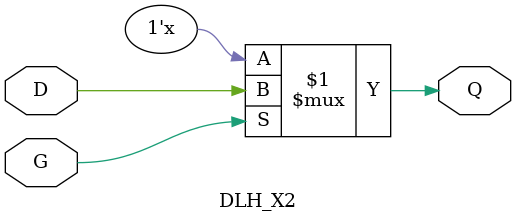
<source format=v>

`timescale 1ns/1ps
module DLH_X2(G, D, Q);
input G, D;
output Q;


assign Q = G ? D : 1'bx;
endmodule

</source>
